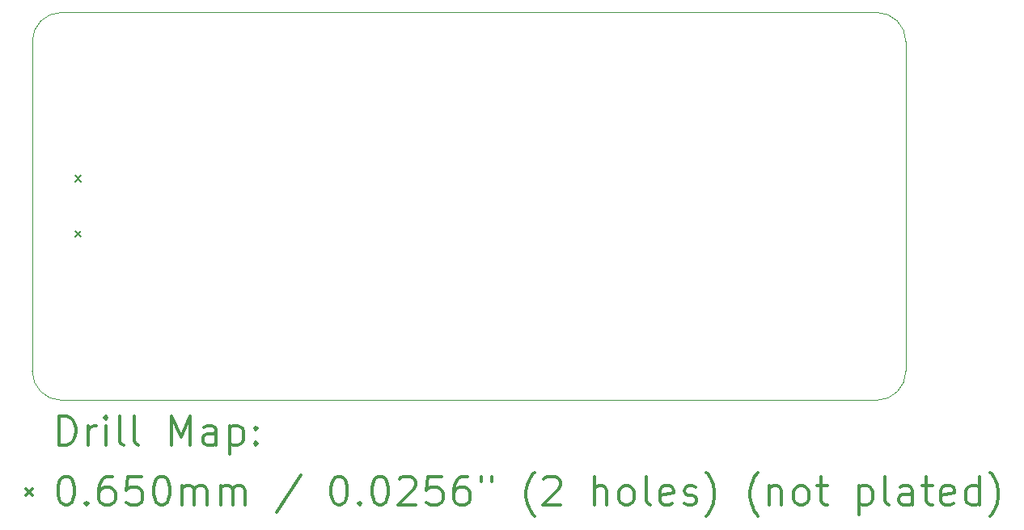
<source format=gbr>
%FSLAX45Y45*%
G04 Gerber Fmt 4.5, Leading zero omitted, Abs format (unit mm)*
G04 Created by KiCad (PCBNEW (5.1.10)-1) date 2021-10-21 22:49:51*
%MOMM*%
%LPD*%
G01*
G04 APERTURE LIST*
%TA.AperFunction,Profile*%
%ADD10C,0.050000*%
%TD*%
%ADD11C,0.200000*%
%ADD12C,0.300000*%
G04 APERTURE END LIST*
D10*
X9906000Y-7924800D02*
G75*
G02*
X10210800Y-7620000I304800J0D01*
G01*
X18745200Y-7620000D02*
G75*
G02*
X19050000Y-7924800I0J-304800D01*
G01*
X19050000Y-11379200D02*
G75*
G02*
X18745200Y-11684000I-304800J0D01*
G01*
X10210800Y-11684000D02*
G75*
G02*
X9906000Y-11379200I0J304800D01*
G01*
X9906000Y-7924800D02*
X9906000Y-11379200D01*
X18745200Y-11684000D02*
X10210800Y-11684000D01*
X19050000Y-7924800D02*
X19050000Y-11379200D01*
X10210800Y-7620000D02*
X18745200Y-7620000D01*
D11*
X10353500Y-9330500D02*
X10418500Y-9395500D01*
X10418500Y-9330500D02*
X10353500Y-9395500D01*
X10353500Y-9908500D02*
X10418500Y-9973500D01*
X10418500Y-9908500D02*
X10353500Y-9973500D01*
D12*
X10189928Y-12152214D02*
X10189928Y-11852214D01*
X10261357Y-11852214D01*
X10304214Y-11866500D01*
X10332786Y-11895071D01*
X10347071Y-11923643D01*
X10361357Y-11980786D01*
X10361357Y-12023643D01*
X10347071Y-12080786D01*
X10332786Y-12109357D01*
X10304214Y-12137929D01*
X10261357Y-12152214D01*
X10189928Y-12152214D01*
X10489928Y-12152214D02*
X10489928Y-11952214D01*
X10489928Y-12009357D02*
X10504214Y-11980786D01*
X10518500Y-11966500D01*
X10547071Y-11952214D01*
X10575643Y-11952214D01*
X10675643Y-12152214D02*
X10675643Y-11952214D01*
X10675643Y-11852214D02*
X10661357Y-11866500D01*
X10675643Y-11880786D01*
X10689928Y-11866500D01*
X10675643Y-11852214D01*
X10675643Y-11880786D01*
X10861357Y-12152214D02*
X10832786Y-12137929D01*
X10818500Y-12109357D01*
X10818500Y-11852214D01*
X11018500Y-12152214D02*
X10989928Y-12137929D01*
X10975643Y-12109357D01*
X10975643Y-11852214D01*
X11361357Y-12152214D02*
X11361357Y-11852214D01*
X11461357Y-12066500D01*
X11561357Y-11852214D01*
X11561357Y-12152214D01*
X11832786Y-12152214D02*
X11832786Y-11995071D01*
X11818500Y-11966500D01*
X11789928Y-11952214D01*
X11732786Y-11952214D01*
X11704214Y-11966500D01*
X11832786Y-12137929D02*
X11804214Y-12152214D01*
X11732786Y-12152214D01*
X11704214Y-12137929D01*
X11689928Y-12109357D01*
X11689928Y-12080786D01*
X11704214Y-12052214D01*
X11732786Y-12037929D01*
X11804214Y-12037929D01*
X11832786Y-12023643D01*
X11975643Y-11952214D02*
X11975643Y-12252214D01*
X11975643Y-11966500D02*
X12004214Y-11952214D01*
X12061357Y-11952214D01*
X12089928Y-11966500D01*
X12104214Y-11980786D01*
X12118500Y-12009357D01*
X12118500Y-12095071D01*
X12104214Y-12123643D01*
X12089928Y-12137929D01*
X12061357Y-12152214D01*
X12004214Y-12152214D01*
X11975643Y-12137929D01*
X12247071Y-12123643D02*
X12261357Y-12137929D01*
X12247071Y-12152214D01*
X12232786Y-12137929D01*
X12247071Y-12123643D01*
X12247071Y-12152214D01*
X12247071Y-11966500D02*
X12261357Y-11980786D01*
X12247071Y-11995071D01*
X12232786Y-11980786D01*
X12247071Y-11966500D01*
X12247071Y-11995071D01*
X9838500Y-12614000D02*
X9903500Y-12679000D01*
X9903500Y-12614000D02*
X9838500Y-12679000D01*
X10247071Y-12482214D02*
X10275643Y-12482214D01*
X10304214Y-12496500D01*
X10318500Y-12510786D01*
X10332786Y-12539357D01*
X10347071Y-12596500D01*
X10347071Y-12667929D01*
X10332786Y-12725071D01*
X10318500Y-12753643D01*
X10304214Y-12767929D01*
X10275643Y-12782214D01*
X10247071Y-12782214D01*
X10218500Y-12767929D01*
X10204214Y-12753643D01*
X10189928Y-12725071D01*
X10175643Y-12667929D01*
X10175643Y-12596500D01*
X10189928Y-12539357D01*
X10204214Y-12510786D01*
X10218500Y-12496500D01*
X10247071Y-12482214D01*
X10475643Y-12753643D02*
X10489928Y-12767929D01*
X10475643Y-12782214D01*
X10461357Y-12767929D01*
X10475643Y-12753643D01*
X10475643Y-12782214D01*
X10747071Y-12482214D02*
X10689928Y-12482214D01*
X10661357Y-12496500D01*
X10647071Y-12510786D01*
X10618500Y-12553643D01*
X10604214Y-12610786D01*
X10604214Y-12725071D01*
X10618500Y-12753643D01*
X10632786Y-12767929D01*
X10661357Y-12782214D01*
X10718500Y-12782214D01*
X10747071Y-12767929D01*
X10761357Y-12753643D01*
X10775643Y-12725071D01*
X10775643Y-12653643D01*
X10761357Y-12625071D01*
X10747071Y-12610786D01*
X10718500Y-12596500D01*
X10661357Y-12596500D01*
X10632786Y-12610786D01*
X10618500Y-12625071D01*
X10604214Y-12653643D01*
X11047071Y-12482214D02*
X10904214Y-12482214D01*
X10889928Y-12625071D01*
X10904214Y-12610786D01*
X10932786Y-12596500D01*
X11004214Y-12596500D01*
X11032786Y-12610786D01*
X11047071Y-12625071D01*
X11061357Y-12653643D01*
X11061357Y-12725071D01*
X11047071Y-12753643D01*
X11032786Y-12767929D01*
X11004214Y-12782214D01*
X10932786Y-12782214D01*
X10904214Y-12767929D01*
X10889928Y-12753643D01*
X11247071Y-12482214D02*
X11275643Y-12482214D01*
X11304214Y-12496500D01*
X11318500Y-12510786D01*
X11332786Y-12539357D01*
X11347071Y-12596500D01*
X11347071Y-12667929D01*
X11332786Y-12725071D01*
X11318500Y-12753643D01*
X11304214Y-12767929D01*
X11275643Y-12782214D01*
X11247071Y-12782214D01*
X11218500Y-12767929D01*
X11204214Y-12753643D01*
X11189928Y-12725071D01*
X11175643Y-12667929D01*
X11175643Y-12596500D01*
X11189928Y-12539357D01*
X11204214Y-12510786D01*
X11218500Y-12496500D01*
X11247071Y-12482214D01*
X11475643Y-12782214D02*
X11475643Y-12582214D01*
X11475643Y-12610786D02*
X11489928Y-12596500D01*
X11518500Y-12582214D01*
X11561357Y-12582214D01*
X11589928Y-12596500D01*
X11604214Y-12625071D01*
X11604214Y-12782214D01*
X11604214Y-12625071D02*
X11618500Y-12596500D01*
X11647071Y-12582214D01*
X11689928Y-12582214D01*
X11718500Y-12596500D01*
X11732786Y-12625071D01*
X11732786Y-12782214D01*
X11875643Y-12782214D02*
X11875643Y-12582214D01*
X11875643Y-12610786D02*
X11889928Y-12596500D01*
X11918500Y-12582214D01*
X11961357Y-12582214D01*
X11989928Y-12596500D01*
X12004214Y-12625071D01*
X12004214Y-12782214D01*
X12004214Y-12625071D02*
X12018500Y-12596500D01*
X12047071Y-12582214D01*
X12089928Y-12582214D01*
X12118500Y-12596500D01*
X12132786Y-12625071D01*
X12132786Y-12782214D01*
X12718500Y-12467929D02*
X12461357Y-12853643D01*
X13104214Y-12482214D02*
X13132786Y-12482214D01*
X13161357Y-12496500D01*
X13175643Y-12510786D01*
X13189928Y-12539357D01*
X13204214Y-12596500D01*
X13204214Y-12667929D01*
X13189928Y-12725071D01*
X13175643Y-12753643D01*
X13161357Y-12767929D01*
X13132786Y-12782214D01*
X13104214Y-12782214D01*
X13075643Y-12767929D01*
X13061357Y-12753643D01*
X13047071Y-12725071D01*
X13032786Y-12667929D01*
X13032786Y-12596500D01*
X13047071Y-12539357D01*
X13061357Y-12510786D01*
X13075643Y-12496500D01*
X13104214Y-12482214D01*
X13332786Y-12753643D02*
X13347071Y-12767929D01*
X13332786Y-12782214D01*
X13318500Y-12767929D01*
X13332786Y-12753643D01*
X13332786Y-12782214D01*
X13532786Y-12482214D02*
X13561357Y-12482214D01*
X13589928Y-12496500D01*
X13604214Y-12510786D01*
X13618500Y-12539357D01*
X13632786Y-12596500D01*
X13632786Y-12667929D01*
X13618500Y-12725071D01*
X13604214Y-12753643D01*
X13589928Y-12767929D01*
X13561357Y-12782214D01*
X13532786Y-12782214D01*
X13504214Y-12767929D01*
X13489928Y-12753643D01*
X13475643Y-12725071D01*
X13461357Y-12667929D01*
X13461357Y-12596500D01*
X13475643Y-12539357D01*
X13489928Y-12510786D01*
X13504214Y-12496500D01*
X13532786Y-12482214D01*
X13747071Y-12510786D02*
X13761357Y-12496500D01*
X13789928Y-12482214D01*
X13861357Y-12482214D01*
X13889928Y-12496500D01*
X13904214Y-12510786D01*
X13918500Y-12539357D01*
X13918500Y-12567929D01*
X13904214Y-12610786D01*
X13732786Y-12782214D01*
X13918500Y-12782214D01*
X14189928Y-12482214D02*
X14047071Y-12482214D01*
X14032786Y-12625071D01*
X14047071Y-12610786D01*
X14075643Y-12596500D01*
X14147071Y-12596500D01*
X14175643Y-12610786D01*
X14189928Y-12625071D01*
X14204214Y-12653643D01*
X14204214Y-12725071D01*
X14189928Y-12753643D01*
X14175643Y-12767929D01*
X14147071Y-12782214D01*
X14075643Y-12782214D01*
X14047071Y-12767929D01*
X14032786Y-12753643D01*
X14461357Y-12482214D02*
X14404214Y-12482214D01*
X14375643Y-12496500D01*
X14361357Y-12510786D01*
X14332786Y-12553643D01*
X14318500Y-12610786D01*
X14318500Y-12725071D01*
X14332786Y-12753643D01*
X14347071Y-12767929D01*
X14375643Y-12782214D01*
X14432786Y-12782214D01*
X14461357Y-12767929D01*
X14475643Y-12753643D01*
X14489928Y-12725071D01*
X14489928Y-12653643D01*
X14475643Y-12625071D01*
X14461357Y-12610786D01*
X14432786Y-12596500D01*
X14375643Y-12596500D01*
X14347071Y-12610786D01*
X14332786Y-12625071D01*
X14318500Y-12653643D01*
X14604214Y-12482214D02*
X14604214Y-12539357D01*
X14718500Y-12482214D02*
X14718500Y-12539357D01*
X15161357Y-12896500D02*
X15147071Y-12882214D01*
X15118500Y-12839357D01*
X15104214Y-12810786D01*
X15089928Y-12767929D01*
X15075643Y-12696500D01*
X15075643Y-12639357D01*
X15089928Y-12567929D01*
X15104214Y-12525071D01*
X15118500Y-12496500D01*
X15147071Y-12453643D01*
X15161357Y-12439357D01*
X15261357Y-12510786D02*
X15275643Y-12496500D01*
X15304214Y-12482214D01*
X15375643Y-12482214D01*
X15404214Y-12496500D01*
X15418500Y-12510786D01*
X15432786Y-12539357D01*
X15432786Y-12567929D01*
X15418500Y-12610786D01*
X15247071Y-12782214D01*
X15432786Y-12782214D01*
X15789928Y-12782214D02*
X15789928Y-12482214D01*
X15918500Y-12782214D02*
X15918500Y-12625071D01*
X15904214Y-12596500D01*
X15875643Y-12582214D01*
X15832786Y-12582214D01*
X15804214Y-12596500D01*
X15789928Y-12610786D01*
X16104214Y-12782214D02*
X16075643Y-12767929D01*
X16061357Y-12753643D01*
X16047071Y-12725071D01*
X16047071Y-12639357D01*
X16061357Y-12610786D01*
X16075643Y-12596500D01*
X16104214Y-12582214D01*
X16147071Y-12582214D01*
X16175643Y-12596500D01*
X16189928Y-12610786D01*
X16204214Y-12639357D01*
X16204214Y-12725071D01*
X16189928Y-12753643D01*
X16175643Y-12767929D01*
X16147071Y-12782214D01*
X16104214Y-12782214D01*
X16375643Y-12782214D02*
X16347071Y-12767929D01*
X16332786Y-12739357D01*
X16332786Y-12482214D01*
X16604214Y-12767929D02*
X16575643Y-12782214D01*
X16518500Y-12782214D01*
X16489928Y-12767929D01*
X16475643Y-12739357D01*
X16475643Y-12625071D01*
X16489928Y-12596500D01*
X16518500Y-12582214D01*
X16575643Y-12582214D01*
X16604214Y-12596500D01*
X16618500Y-12625071D01*
X16618500Y-12653643D01*
X16475643Y-12682214D01*
X16732786Y-12767929D02*
X16761357Y-12782214D01*
X16818500Y-12782214D01*
X16847071Y-12767929D01*
X16861357Y-12739357D01*
X16861357Y-12725071D01*
X16847071Y-12696500D01*
X16818500Y-12682214D01*
X16775643Y-12682214D01*
X16747071Y-12667929D01*
X16732786Y-12639357D01*
X16732786Y-12625071D01*
X16747071Y-12596500D01*
X16775643Y-12582214D01*
X16818500Y-12582214D01*
X16847071Y-12596500D01*
X16961357Y-12896500D02*
X16975643Y-12882214D01*
X17004214Y-12839357D01*
X17018500Y-12810786D01*
X17032786Y-12767929D01*
X17047071Y-12696500D01*
X17047071Y-12639357D01*
X17032786Y-12567929D01*
X17018500Y-12525071D01*
X17004214Y-12496500D01*
X16975643Y-12453643D01*
X16961357Y-12439357D01*
X17504214Y-12896500D02*
X17489928Y-12882214D01*
X17461357Y-12839357D01*
X17447071Y-12810786D01*
X17432786Y-12767929D01*
X17418500Y-12696500D01*
X17418500Y-12639357D01*
X17432786Y-12567929D01*
X17447071Y-12525071D01*
X17461357Y-12496500D01*
X17489928Y-12453643D01*
X17504214Y-12439357D01*
X17618500Y-12582214D02*
X17618500Y-12782214D01*
X17618500Y-12610786D02*
X17632786Y-12596500D01*
X17661357Y-12582214D01*
X17704214Y-12582214D01*
X17732786Y-12596500D01*
X17747071Y-12625071D01*
X17747071Y-12782214D01*
X17932786Y-12782214D02*
X17904214Y-12767929D01*
X17889928Y-12753643D01*
X17875643Y-12725071D01*
X17875643Y-12639357D01*
X17889928Y-12610786D01*
X17904214Y-12596500D01*
X17932786Y-12582214D01*
X17975643Y-12582214D01*
X18004214Y-12596500D01*
X18018500Y-12610786D01*
X18032786Y-12639357D01*
X18032786Y-12725071D01*
X18018500Y-12753643D01*
X18004214Y-12767929D01*
X17975643Y-12782214D01*
X17932786Y-12782214D01*
X18118500Y-12582214D02*
X18232786Y-12582214D01*
X18161357Y-12482214D02*
X18161357Y-12739357D01*
X18175643Y-12767929D01*
X18204214Y-12782214D01*
X18232786Y-12782214D01*
X18561357Y-12582214D02*
X18561357Y-12882214D01*
X18561357Y-12596500D02*
X18589928Y-12582214D01*
X18647071Y-12582214D01*
X18675643Y-12596500D01*
X18689928Y-12610786D01*
X18704214Y-12639357D01*
X18704214Y-12725071D01*
X18689928Y-12753643D01*
X18675643Y-12767929D01*
X18647071Y-12782214D01*
X18589928Y-12782214D01*
X18561357Y-12767929D01*
X18875643Y-12782214D02*
X18847071Y-12767929D01*
X18832786Y-12739357D01*
X18832786Y-12482214D01*
X19118500Y-12782214D02*
X19118500Y-12625071D01*
X19104214Y-12596500D01*
X19075643Y-12582214D01*
X19018500Y-12582214D01*
X18989928Y-12596500D01*
X19118500Y-12767929D02*
X19089928Y-12782214D01*
X19018500Y-12782214D01*
X18989928Y-12767929D01*
X18975643Y-12739357D01*
X18975643Y-12710786D01*
X18989928Y-12682214D01*
X19018500Y-12667929D01*
X19089928Y-12667929D01*
X19118500Y-12653643D01*
X19218500Y-12582214D02*
X19332786Y-12582214D01*
X19261357Y-12482214D02*
X19261357Y-12739357D01*
X19275643Y-12767929D01*
X19304214Y-12782214D01*
X19332786Y-12782214D01*
X19547071Y-12767929D02*
X19518500Y-12782214D01*
X19461357Y-12782214D01*
X19432786Y-12767929D01*
X19418500Y-12739357D01*
X19418500Y-12625071D01*
X19432786Y-12596500D01*
X19461357Y-12582214D01*
X19518500Y-12582214D01*
X19547071Y-12596500D01*
X19561357Y-12625071D01*
X19561357Y-12653643D01*
X19418500Y-12682214D01*
X19818500Y-12782214D02*
X19818500Y-12482214D01*
X19818500Y-12767929D02*
X19789928Y-12782214D01*
X19732786Y-12782214D01*
X19704214Y-12767929D01*
X19689928Y-12753643D01*
X19675643Y-12725071D01*
X19675643Y-12639357D01*
X19689928Y-12610786D01*
X19704214Y-12596500D01*
X19732786Y-12582214D01*
X19789928Y-12582214D01*
X19818500Y-12596500D01*
X19932786Y-12896500D02*
X19947071Y-12882214D01*
X19975643Y-12839357D01*
X19989928Y-12810786D01*
X20004214Y-12767929D01*
X20018500Y-12696500D01*
X20018500Y-12639357D01*
X20004214Y-12567929D01*
X19989928Y-12525071D01*
X19975643Y-12496500D01*
X19947071Y-12453643D01*
X19932786Y-12439357D01*
M02*

</source>
